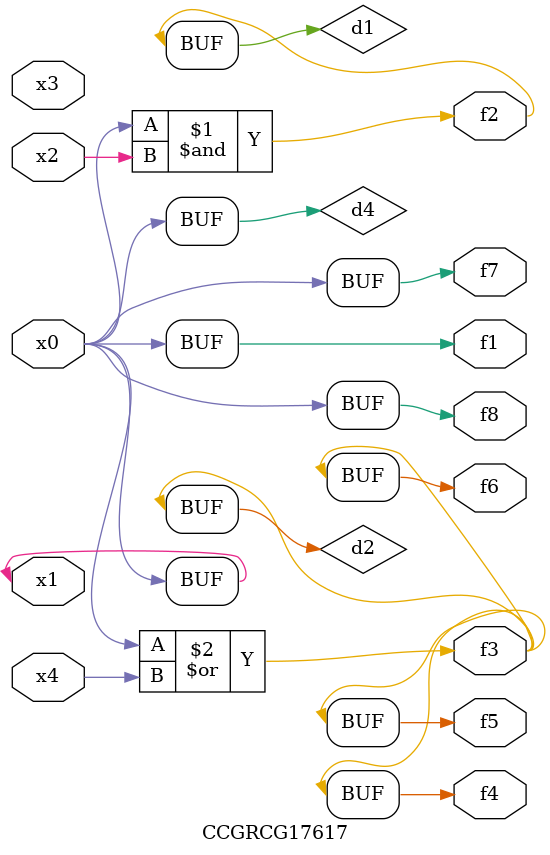
<source format=v>
module CCGRCG17617(
	input x0, x1, x2, x3, x4,
	output f1, f2, f3, f4, f5, f6, f7, f8
);

	wire d1, d2, d3, d4;

	and (d1, x0, x2);
	or (d2, x0, x4);
	nand (d3, x0, x2);
	buf (d4, x0, x1);
	assign f1 = d4;
	assign f2 = d1;
	assign f3 = d2;
	assign f4 = d2;
	assign f5 = d2;
	assign f6 = d2;
	assign f7 = d4;
	assign f8 = d4;
endmodule

</source>
